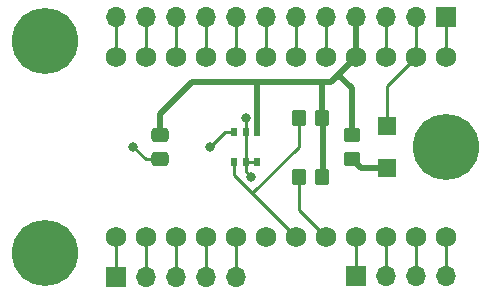
<source format=gtl>
G04 #@! TF.GenerationSoftware,KiCad,Pcbnew,(6.0.10)*
G04 #@! TF.CreationDate,2023-05-08T16:14:21+03:00*
G04 #@! TF.ProjectId,trinteract,7472696e-7465-4726-9163-742e6b696361,rev?*
G04 #@! TF.SameCoordinates,Original*
G04 #@! TF.FileFunction,Copper,L1,Top*
G04 #@! TF.FilePolarity,Positive*
%FSLAX46Y46*%
G04 Gerber Fmt 4.6, Leading zero omitted, Abs format (unit mm)*
G04 Created by KiCad (PCBNEW (6.0.10)) date 2023-05-08 16:14:21*
%MOMM*%
%LPD*%
G01*
G04 APERTURE LIST*
G04 Aperture macros list*
%AMRoundRect*
0 Rectangle with rounded corners*
0 $1 Rounding radius*
0 $2 $3 $4 $5 $6 $7 $8 $9 X,Y pos of 4 corners*
0 Add a 4 corners polygon primitive as box body*
4,1,4,$2,$3,$4,$5,$6,$7,$8,$9,$2,$3,0*
0 Add four circle primitives for the rounded corners*
1,1,$1+$1,$2,$3*
1,1,$1+$1,$4,$5*
1,1,$1+$1,$6,$7*
1,1,$1+$1,$8,$9*
0 Add four rect primitives between the rounded corners*
20,1,$1+$1,$2,$3,$4,$5,0*
20,1,$1+$1,$4,$5,$6,$7,0*
20,1,$1+$1,$6,$7,$8,$9,0*
20,1,$1+$1,$8,$9,$2,$3,0*%
G04 Aperture macros list end*
G04 #@! TA.AperFunction,SMDPad,CuDef*
%ADD10R,1.600000X1.500000*%
G04 #@! TD*
G04 #@! TA.AperFunction,ComponentPad*
%ADD11C,5.600000*%
G04 #@! TD*
G04 #@! TA.AperFunction,SMDPad,CuDef*
%ADD12RoundRect,0.250000X0.350000X0.450000X-0.350000X0.450000X-0.350000X-0.450000X0.350000X-0.450000X0*%
G04 #@! TD*
G04 #@! TA.AperFunction,SMDPad,CuDef*
%ADD13RoundRect,0.250000X-0.450000X0.350000X-0.450000X-0.350000X0.450000X-0.350000X0.450000X0.350000X0*%
G04 #@! TD*
G04 #@! TA.AperFunction,SMDPad,CuDef*
%ADD14R,0.507200X0.794499*%
G04 #@! TD*
G04 #@! TA.AperFunction,SMDPad,CuDef*
%ADD15RoundRect,0.250000X-0.475000X0.337500X-0.475000X-0.337500X0.475000X-0.337500X0.475000X0.337500X0*%
G04 #@! TD*
G04 #@! TA.AperFunction,ComponentPad*
%ADD16C,1.752600*%
G04 #@! TD*
G04 #@! TA.AperFunction,ComponentPad*
%ADD17R,1.700000X1.700000*%
G04 #@! TD*
G04 #@! TA.AperFunction,ComponentPad*
%ADD18O,1.700000X1.700000*%
G04 #@! TD*
G04 #@! TA.AperFunction,ViaPad*
%ADD19C,0.800000*%
G04 #@! TD*
G04 #@! TA.AperFunction,Conductor*
%ADD20C,0.500000*%
G04 #@! TD*
G04 #@! TA.AperFunction,Conductor*
%ADD21C,0.250000*%
G04 #@! TD*
G04 APERTURE END LIST*
D10*
G04 #@! TO.P,D1,1,A*
G04 #@! TO.N,Net-(D1-Pad1)*
X154000000Y-102750000D03*
G04 #@! TO.P,D1,2,K*
G04 #@! TO.N,GND*
X154000000Y-99250000D03*
G04 #@! TD*
D11*
G04 #@! TO.P,H3,1*
G04 #@! TO.N,N/C*
X159000000Y-101000000D03*
G04 #@! TD*
D12*
G04 #@! TO.P,R3,1*
G04 #@! TO.N,+3.3V*
X148500000Y-103500000D03*
G04 #@! TO.P,R3,2*
G04 #@! TO.N,Net-(R3-Pad2)*
X146500000Y-103500000D03*
G04 #@! TD*
D11*
G04 #@! TO.P,H1,1*
G04 #@! TO.N,N/C*
X125000000Y-92000000D03*
G04 #@! TD*
D12*
G04 #@! TO.P,R1,1*
G04 #@! TO.N,+3.3V*
X148500000Y-98500000D03*
G04 #@! TO.P,R1,2*
G04 #@! TO.N,Net-(R1-Pad2)*
X146500000Y-98500000D03*
G04 #@! TD*
D11*
G04 #@! TO.P,H2,1*
G04 #@! TO.N,N/C*
X125000000Y-110000000D03*
G04 #@! TD*
D13*
G04 #@! TO.P,R2,1*
G04 #@! TO.N,+3.3V*
X151000000Y-100000000D03*
G04 #@! TO.P,R2,2*
G04 #@! TO.N,Net-(D1-Pad1)*
X151000000Y-102000000D03*
G04 #@! TD*
D14*
G04 #@! TO.P,U1,1,SCL/INT*
G04 #@! TO.N,Net-(R1-Pad2)*
X141049999Y-102248151D03*
G04 #@! TO.P,U1,2,GND*
G04 #@! TO.N,GND*
X142000000Y-102248151D03*
G04 #@! TO.P,U1,3,GND*
X142950001Y-102248151D03*
G04 #@! TO.P,U1,4,VDD*
G04 #@! TO.N,+3.3V*
X142950001Y-99751849D03*
G04 #@! TO.P,U1,5,GND*
G04 #@! TO.N,GND*
X142000000Y-99751849D03*
G04 #@! TO.P,U1,6,SDA/ADDR*
G04 #@! TO.N,Net-(R3-Pad2)*
X141049999Y-99751849D03*
G04 #@! TD*
D15*
G04 #@! TO.P,C1,1*
G04 #@! TO.N,+3.3V*
X134765000Y-99962500D03*
G04 #@! TO.P,C1,2*
G04 #@! TO.N,GND*
X134765000Y-102037500D03*
G04 #@! TD*
D16*
G04 #@! TO.P,U2,1,TX*
G04 #@! TO.N,Net-(U2-Pad1)*
X158970000Y-108620000D03*
G04 #@! TO.P,U2,2,RX*
G04 #@! TO.N,Net-(U2-Pad2)*
X156430000Y-108620000D03*
G04 #@! TO.P,U2,3,GND*
G04 #@! TO.N,GND*
X153890000Y-108620000D03*
G04 #@! TO.P,U2,4,GND*
X151350000Y-108620000D03*
G04 #@! TO.P,U2,5,SDA*
G04 #@! TO.N,Net-(R3-Pad2)*
X148810000Y-108620000D03*
G04 #@! TO.P,U2,6,SCL*
G04 #@! TO.N,Net-(R1-Pad2)*
X146270000Y-108620000D03*
G04 #@! TO.P,U2,7,D4*
G04 #@! TO.N,Net-(R4-Pad1)*
X143730000Y-108620000D03*
G04 #@! TO.P,U2,8,D5*
G04 #@! TO.N,Net-(U2-Pad8)*
X141190000Y-108620000D03*
G04 #@! TO.P,U2,9,D6*
G04 #@! TO.N,Net-(U2-Pad9)*
X138650000Y-108620000D03*
G04 #@! TO.P,U2,10,D7*
G04 #@! TO.N,Net-(U2-Pad10)*
X136110000Y-108620000D03*
G04 #@! TO.P,U2,11,D8*
G04 #@! TO.N,Net-(U2-Pad11)*
X133570000Y-108620000D03*
G04 #@! TO.P,U2,12,D9*
G04 #@! TO.N,Net-(U2-Pad12)*
X131030000Y-108620000D03*
G04 #@! TO.P,U2,13,D10*
G04 #@! TO.N,Net-(U2-Pad13)*
X131030000Y-93380000D03*
G04 #@! TO.P,U2,14,MOSI*
G04 #@! TO.N,Net-(U2-Pad14)*
X133570000Y-93380000D03*
G04 #@! TO.P,U2,15,MISO*
G04 #@! TO.N,Net-(U2-Pad15)*
X136110000Y-93380000D03*
G04 #@! TO.P,U2,16,SCLK*
G04 #@! TO.N,Net-(U2-Pad16)*
X138650000Y-93380000D03*
G04 #@! TO.P,U2,17,A0*
G04 #@! TO.N,Net-(U2-Pad17)*
X141190000Y-93380000D03*
G04 #@! TO.P,U2,18,A1*
G04 #@! TO.N,Net-(U2-Pad18)*
X143730000Y-93380000D03*
G04 #@! TO.P,U2,19,A2*
G04 #@! TO.N,Net-(U2-Pad19)*
X146270000Y-93380000D03*
G04 #@! TO.P,U2,20,A3*
G04 #@! TO.N,Net-(U2-Pad20)*
X148810000Y-93380000D03*
G04 #@! TO.P,U2,21,VCC*
G04 #@! TO.N,+3.3V*
X151350000Y-93380000D03*
G04 #@! TO.P,U2,22,RST*
G04 #@! TO.N,Net-(U2-Pad22)*
X153890000Y-93380000D03*
G04 #@! TO.P,U2,23,GND*
G04 #@! TO.N,GND*
X156430000Y-93380000D03*
G04 #@! TO.P,U2,24,RAW*
G04 #@! TO.N,Net-(U2-Pad24)*
X158970000Y-93380000D03*
G04 #@! TD*
D17*
G04 #@! TO.P,J3,1,Pin_1*
G04 #@! TO.N,GND*
X151370000Y-111955000D03*
D18*
G04 #@! TO.P,J3,2,Pin_2*
X153910000Y-111955000D03*
G04 #@! TO.P,J3,3,Pin_3*
G04 #@! TO.N,Net-(U2-Pad2)*
X156450000Y-111955000D03*
G04 #@! TO.P,J3,4,Pin_4*
G04 #@! TO.N,Net-(U2-Pad1)*
X158990000Y-111955000D03*
G04 #@! TD*
D17*
G04 #@! TO.P,J1,1,Pin_1*
G04 #@! TO.N,Net-(U2-Pad24)*
X159000000Y-90000000D03*
D18*
G04 #@! TO.P,J1,2,Pin_2*
G04 #@! TO.N,GND*
X156460000Y-90000000D03*
G04 #@! TO.P,J1,3,Pin_3*
G04 #@! TO.N,Net-(U2-Pad22)*
X153920000Y-90000000D03*
G04 #@! TO.P,J1,4,Pin_4*
G04 #@! TO.N,+3.3V*
X151380000Y-90000000D03*
G04 #@! TO.P,J1,5,Pin_5*
G04 #@! TO.N,Net-(U2-Pad20)*
X148840000Y-90000000D03*
G04 #@! TO.P,J1,6,Pin_6*
G04 #@! TO.N,Net-(U2-Pad19)*
X146300000Y-90000000D03*
G04 #@! TO.P,J1,7,Pin_7*
G04 #@! TO.N,Net-(U2-Pad18)*
X143760000Y-90000000D03*
G04 #@! TO.P,J1,8,Pin_8*
G04 #@! TO.N,Net-(U2-Pad17)*
X141220000Y-90000000D03*
G04 #@! TO.P,J1,9,Pin_9*
G04 #@! TO.N,Net-(U2-Pad16)*
X138680000Y-90000000D03*
G04 #@! TO.P,J1,10,Pin_10*
G04 #@! TO.N,Net-(U2-Pad15)*
X136140000Y-90000000D03*
G04 #@! TO.P,J1,11,Pin_11*
G04 #@! TO.N,Net-(U2-Pad14)*
X133600000Y-90000000D03*
G04 #@! TO.P,J1,12,Pin_12*
G04 #@! TO.N,Net-(U2-Pad13)*
X131060000Y-90000000D03*
G04 #@! TD*
D17*
G04 #@! TO.P,J2,1,Pin_1*
G04 #@! TO.N,Net-(U2-Pad12)*
X131025000Y-112000000D03*
D18*
G04 #@! TO.P,J2,2,Pin_2*
G04 #@! TO.N,Net-(U2-Pad11)*
X133565000Y-112000000D03*
G04 #@! TO.P,J2,3,Pin_3*
G04 #@! TO.N,Net-(U2-Pad10)*
X136105000Y-112000000D03*
G04 #@! TO.P,J2,4,Pin_4*
G04 #@! TO.N,Net-(U2-Pad9)*
X138645000Y-112000000D03*
G04 #@! TO.P,J2,5,Pin_5*
G04 #@! TO.N,Net-(U2-Pad8)*
X141185000Y-112000000D03*
G04 #@! TD*
D19*
G04 #@! TO.N,GND*
X132500000Y-101000000D03*
X142000000Y-98500000D03*
X142500000Y-103500000D03*
G04 #@! TO.N,Net-(R3-Pad2)*
X139000000Y-101000000D03*
G04 #@! TD*
D20*
G04 #@! TO.N,+3.3V*
X149865000Y-94865000D02*
X151000000Y-96000000D01*
X137500000Y-95500000D02*
X134765000Y-98235000D01*
X151350000Y-90030000D02*
X151380000Y-90000000D01*
X148500000Y-95500000D02*
X143000000Y-95500000D01*
X151350000Y-93380000D02*
X151350000Y-90030000D01*
X151350000Y-93380000D02*
X149865000Y-94865000D01*
X143000000Y-95500000D02*
X142950001Y-95549999D01*
X143000000Y-95500000D02*
X137500000Y-95500000D01*
X142950001Y-95549999D02*
X142950001Y-99751849D01*
X148500000Y-95500000D02*
X148500000Y-98500000D01*
X151000000Y-96000000D02*
X151000000Y-100000000D01*
X134765000Y-98235000D02*
X134765000Y-99962500D01*
X149230000Y-95500000D02*
X148500000Y-95500000D01*
X148590000Y-98365000D02*
X148590000Y-103445000D01*
X149865000Y-94865000D02*
X149230000Y-95500000D01*
D21*
G04 #@! TO.N,GND*
X153890000Y-111935000D02*
X153910000Y-111955000D01*
X134765000Y-102037500D02*
X133537500Y-102037500D01*
X153890000Y-108620000D02*
X153890000Y-111935000D01*
X142000000Y-99751849D02*
X142000000Y-98500000D01*
X142000000Y-102248151D02*
X142000000Y-99751849D01*
X156430000Y-90030000D02*
X156460000Y-90000000D01*
X133537500Y-102037500D02*
X132500000Y-101000000D01*
X142000000Y-103000000D02*
X142500000Y-103500000D01*
X151350000Y-111935000D02*
X151370000Y-111955000D01*
X142950001Y-102248151D02*
X142000000Y-102248151D01*
X154000000Y-99250000D02*
X154000000Y-95810000D01*
X151350000Y-108620000D02*
X151350000Y-111935000D01*
X154000000Y-95810000D02*
X156430000Y-93380000D01*
X156430000Y-93380000D02*
X156430000Y-90030000D01*
X142000000Y-102248151D02*
X142000000Y-103000000D01*
D20*
G04 #@! TO.N,Net-(D1-Pad1)*
X151000000Y-102000000D02*
X151750000Y-102750000D01*
X151750000Y-102750000D02*
X154000000Y-102750000D01*
D21*
G04 #@! TO.N,Net-(R1-Pad2)*
X141049999Y-103399999D02*
X142575000Y-104925000D01*
X146500000Y-101000000D02*
X142575000Y-104925000D01*
X142825000Y-105175000D02*
X146270000Y-108620000D01*
X146500000Y-98500000D02*
X146500000Y-101000000D01*
X141049999Y-102248151D02*
X141049999Y-103399999D01*
X142575000Y-104925000D02*
X142825000Y-105175000D01*
G04 #@! TO.N,Net-(R3-Pad2)*
X140248151Y-99751849D02*
X139000000Y-101000000D01*
X141049999Y-99751849D02*
X140248151Y-99751849D01*
X146500000Y-103500000D02*
X146500000Y-106310000D01*
X146500000Y-106310000D02*
X148810000Y-108620000D01*
G04 #@! TO.N,Net-(U2-Pad24)*
X158970000Y-93380000D02*
X158970000Y-90030000D01*
X158970000Y-90030000D02*
X159000000Y-90000000D01*
G04 #@! TO.N,Net-(U2-Pad22)*
X153890000Y-93380000D02*
X153890000Y-90030000D01*
X153890000Y-90030000D02*
X153920000Y-90000000D01*
G04 #@! TO.N,Net-(U2-Pad20)*
X148810000Y-93380000D02*
X148810000Y-90030000D01*
X148810000Y-90030000D02*
X148840000Y-90000000D01*
G04 #@! TO.N,Net-(U2-Pad19)*
X146270000Y-90030000D02*
X146300000Y-90000000D01*
X146270000Y-93380000D02*
X146270000Y-90030000D01*
G04 #@! TO.N,Net-(U2-Pad18)*
X143730000Y-90030000D02*
X143760000Y-90000000D01*
X143730000Y-93380000D02*
X143730000Y-90030000D01*
G04 #@! TO.N,Net-(U2-Pad17)*
X141190000Y-90030000D02*
X141220000Y-90000000D01*
X141190000Y-93380000D02*
X141190000Y-90030000D01*
G04 #@! TO.N,Net-(U2-Pad16)*
X138650000Y-93380000D02*
X138650000Y-90030000D01*
X138650000Y-90030000D02*
X138680000Y-90000000D01*
G04 #@! TO.N,Net-(U2-Pad15)*
X136110000Y-93380000D02*
X136110000Y-90030000D01*
X136110000Y-90030000D02*
X136140000Y-90000000D01*
G04 #@! TO.N,Net-(U2-Pad14)*
X133570000Y-90030000D02*
X133600000Y-90000000D01*
X133570000Y-93380000D02*
X133570000Y-90030000D01*
G04 #@! TO.N,Net-(U2-Pad13)*
X131030000Y-90030000D02*
X131060000Y-90000000D01*
X131030000Y-93380000D02*
X131030000Y-90030000D01*
G04 #@! TO.N,Net-(U2-Pad12)*
X131030000Y-108620000D02*
X131030000Y-111995000D01*
X131030000Y-111995000D02*
X131025000Y-112000000D01*
G04 #@! TO.N,Net-(U2-Pad11)*
X133570000Y-108620000D02*
X133570000Y-111995000D01*
X133570000Y-111995000D02*
X133565000Y-112000000D01*
G04 #@! TO.N,Net-(U2-Pad10)*
X136110000Y-108620000D02*
X136110000Y-111995000D01*
X136110000Y-111995000D02*
X136105000Y-112000000D01*
G04 #@! TO.N,Net-(U2-Pad9)*
X138650000Y-108620000D02*
X138650000Y-111995000D01*
X138650000Y-111995000D02*
X138645000Y-112000000D01*
G04 #@! TO.N,Net-(U2-Pad8)*
X141190000Y-111995000D02*
X141185000Y-112000000D01*
X141190000Y-108620000D02*
X141190000Y-111995000D01*
G04 #@! TO.N,Net-(U2-Pad2)*
X156430000Y-111935000D02*
X156450000Y-111955000D01*
X156430000Y-108620000D02*
X156430000Y-111935000D01*
G04 #@! TO.N,Net-(U2-Pad1)*
X158970000Y-111935000D02*
X158990000Y-111955000D01*
X158970000Y-108620000D02*
X158970000Y-111935000D01*
G04 #@! TD*
M02*

</source>
